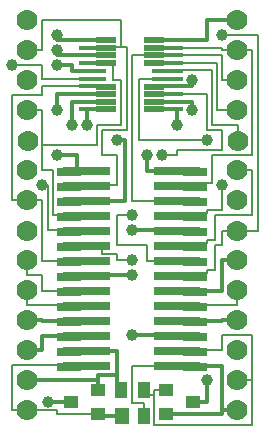
<source format=gbr>
G04 GERBER ASCII OUTPUT FROM: EDWIN 2000 (VER. 1.1 REV. 20011025)*
G04 GERBER FORMAT: RX-274-X*
G04 BOARD: 28_PIN_DIL_ADAPTER*
G04 ARTWORK OF COMP.LAYER POSITIVE*
%ASAXBY*%
%FSLAX23Y23*%
%MIA0B0*%
%MOIN*%
%OFA0.0000B0.0000*%
%SFA1B1*%
%IJA0B0*%
%INLAYER2POS*%
%IOA0B0*%
%IPPOS*%
%IR0*%
G04 APERTURE MACROS*
%AMEDWDONUT*
1,1,$1,$2,$3*
1,0,$4,$2,$3*
%
%AMEDWFRECT*
2,1,$1,$2,$3,$4,$5,$6*
%
%AMEDWORECT*
2,1,$1,$2,$3,$4,$5,$10*
2,1,$1,$4,$5,$6,$7,$10*
2,1,$1,$6,$7,$8,$9,$10*
2,1,$1,$8,$9,$2,$3,$10*
1,1,$1,$2,$3*
1,1,$1,$4,$5*
1,1,$1,$6,$7*
1,1,$1,$8,$9*
%
%AMEDWLINER*
2,1,$1,$2,$3,$4,$5,$6*
1,1,$1,$2,$3*
1,1,$1,$4,$5*
%
%AMEDWFTRNG*
4,1,3,$1,$2,$3,$4,$5,$6,$7,$8,$9*
%
%AMEDWATRNG*
4,1,3,$1,$2,$3,$4,$5,$6,$7,$8,$9*
2,1,$11,$1,$2,$3,$4,$10*
2,1,$11,$3,$4,$5,$6,$10*
2,1,$11,$5,$6,$7,$8,$10*
1,1,$11,$3,$4*
1,1,$11,$5,$6*
1,1,$11,$7,$8*
%
%AMEDWOTRNG*
2,1,$1,$2,$3,$4,$5,$8*
2,1,$1,$4,$5,$6,$7,$8*
2,1,$1,$6,$7,$2,$3,$8*
1,1,$1,$2,$3*
1,1,$1,$4,$5*
1,1,$1,$6,$7*
%
G04*
G04 APERTURE LIST*
%ADD10R,0.0580X0.0500*%
%ADD11R,0.0820X0.0740*%
%ADD12R,0.0480X0.0400*%
%ADD13R,0.0720X0.0640*%
%ADD14R,0.0570X0.0670*%
%ADD15R,0.0810X0.0910*%
%ADD16R,0.0470X0.0570*%
%ADD17R,0.0710X0.0810*%
%ADD18R,0.0490X0.0670*%
%ADD19R,0.0730X0.0910*%
%ADD20R,0.0390X0.0570*%
%ADD21R,0.0630X0.0810*%
%ADD22R,0.0750X0.0250*%
%ADD23R,0.0990X0.0490*%
%ADD24R,0.0700X0.0200*%
%ADD25R,0.0940X0.0440*%
%ADD26R,0.0900X0.0350*%
%ADD27R,0.1140X0.0590*%
%ADD28R,0.0800X0.0250*%
%ADD29R,0.1040X0.0490*%
%ADD30R,0.0850X0.0250*%
%ADD31R,0.1090X0.0490*%
%ADD32R,0.0750X0.0150*%
%ADD33R,0.0990X0.0390*%
%ADD34C,0.0010*%
%ADD36C,0.0020*%
%ADD37R,0.0020X0.0020*%
%ADD38C,0.0030*%
%ADD39R,0.0030X0.0030*%
%ADD40C,0.0040*%
%ADD41R,0.0040X0.0040*%
%ADD42C,0.0050*%
%ADD43R,0.0050X0.0050*%
%ADD44C,0.00787*%
%ADD45R,0.00787X0.00787*%
%ADD46C,0.0080*%
%ADD48C,0.0090*%
%ADD49R,0.0090X0.0090*%
%ADD50C,0.00984*%
%ADD51R,0.00984X0.00984*%
%ADD52C,0.0120*%
%ADD54C,0.01299*%
%ADD56C,0.0130*%
%ADD58C,0.01969*%
%ADD59R,0.01969X0.01969*%
%ADD60C,0.0250*%
%ADD61R,0.0250X0.0250*%
%ADD62C,0.0290*%
%ADD64C,0.0320*%
%ADD66C,0.0350*%
%ADD67R,0.0350X0.0350*%
%ADD68C,0.0360*%
%ADD70C,0.03699*%
%ADD72C,0.0370*%
%ADD73R,0.0370X0.0370*%
%ADD74C,0.03937*%
%ADD75R,0.03937X0.03937*%
%ADD76C,0.0490*%
%ADD77R,0.0490X0.0490*%
%ADD78C,0.0500*%
%ADD79R,0.0500X0.0500*%
%ADD80C,0.0560*%
%ADD81R,0.0560X0.0560*%
%ADD82C,0.0590*%
%ADD83R,0.0590X0.0590*%
%ADD84C,0.05906*%
%ADD85R,0.05906X0.05906*%
%ADD86C,0.0600*%
%ADD87R,0.0600X0.0600*%
%ADD88C,0.0620*%
%ADD89R,0.0620X0.0620*%
%ADD90C,0.06693*%
%ADD91R,0.06693X0.06693*%
%ADD92C,0.06906*%
%ADD93R,0.06906X0.06906*%
%ADD94C,0.0700*%
%ADD95R,0.0700X0.0700*%
%ADD96C,0.0740*%
%ADD97R,0.0740X0.0740*%
%ADD98C,0.0800*%
%ADD99R,0.0800X0.0800*%
%ADD100C,0.0840*%
%ADD101R,0.0840X0.0840*%
%ADD102C,0.0860*%
%ADD104C,0.0900*%
%ADD105R,0.0900X0.0900*%
%ADD106C,0.0940*%
%ADD107R,0.0940X0.0940*%
%ADD108C,0.1040*%
%ADD109R,0.1040X0.1040*%
%ADD110C,0.1100*%
%ADD113R,0.1140X0.1140*%
%ADD114C,0.2140*%
%ADD115R,0.2140X0.2140*%
%ADD116C,0.3140*%
%ADD117R,0.3140X0.3140*%
%ADD118C,0.4140*%
%ADD119R,0.4140X0.4140*%
%ADD120C,0.5140*%
%ADD121R,0.5140X0.5140*%
%ADD122C,0.6140*%
%ADD123R,0.6140X0.6140*%
%ADD124C,0.7140*%
%ADD125R,0.7140X0.7140*%
%ADD126C,0.8140*%
%ADD127R,0.8140X0.8140*%
%ADD128C,0.9140*%
%ADD129R,0.9140X0.9140*%
%ADD130C,1.0140*%
%ADD131R,1.0140X1.0140*%
%ADD132C,1.1140*%
%ADD133R,1.1140X1.1140*%
%ADD134C,1.2140*%
%ADD135R,1.2140X1.2140*%
%ADD136C,1.3140*%
%ADD137R,1.3140X1.3140*%
%ADD138C,1.4140*%
%ADD139R,1.4140X1.4140*%
%ADD140C,1.5140*%
%ADD141R,1.5140X1.5140*%
%ADD142C,1.6140*%
%ADD143R,1.6140X1.6140*%
%ADD144C,1.7140*%
%ADD145R,1.7140X1.7140*%
%ADD146C,1.8140*%
%ADD147R,1.8140X1.8140*%
%ADD148C,1.9140*%
%ADD149R,1.9140X1.9140*%
G04*
D12* 
X548Y138D02*D03*
X548Y58D02*D03*
X636Y98D02*D03*
X319Y59D02*D03*
X319Y139D02*D03*
X231Y99D02*D03*
D16* 
X401Y53D02*D03*
D20* 
X472Y53D02*D03*
X472Y140D02*D03*
X397Y140D02*D03*
D24* 
X348Y1149D02*D03*
X348Y1124D02*D03*
X348Y1099D02*D03*
X348Y1074D02*D03*
X508Y1074D02*D03*
X508Y1099D02*D03*
X508Y1124D02*D03*
X508Y1149D02*D03*
D28* 
X244Y868D02*D03*
X244Y818D02*D03*
X244Y768D02*D03*
X244Y718D02*D03*
X244Y668D02*D03*
X244Y618D02*D03*
X244Y568D02*D03*
X244Y518D02*D03*
X244Y468D02*D03*
X244Y418D02*D03*
X244Y368D02*D03*
X244Y318D02*D03*
X244Y268D02*D03*
X244Y218D02*D03*
X619Y218D02*D03*
X619Y268D02*D03*
X619Y318D02*D03*
X619Y368D02*D03*
X619Y418D02*D03*
X619Y468D02*D03*
X619Y518D02*D03*
X619Y568D02*D03*
X619Y618D02*D03*
X619Y668D02*D03*
X619Y718D02*D03*
X619Y768D02*D03*
X619Y818D02*D03*
X619Y868D02*D03*
X321Y868D02*D03*
X321Y818D02*D03*
X321Y768D02*D03*
X321Y718D02*D03*
X321Y668D02*D03*
X321Y618D02*D03*
X321Y568D02*D03*
X546Y568D02*D03*
X546Y618D02*D03*
X546Y668D02*D03*
X546Y718D02*D03*
X546Y768D02*D03*
X546Y818D02*D03*
X546Y868D02*D03*
X321Y518D02*D03*
X321Y468D02*D03*
X321Y418D02*D03*
X321Y368D02*D03*
X321Y318D02*D03*
X321Y268D02*D03*
X321Y218D02*D03*
X546Y218D02*D03*
X546Y268D02*D03*
X546Y318D02*D03*
X546Y368D02*D03*
X546Y418D02*D03*
X546Y468D02*D03*
X546Y518D02*D03*
D94* 
X84Y1371D02*D03*
X84Y1271D02*D03*
X84Y1171D02*D03*
X84Y1071D02*D03*
X86Y969D02*D03*
X84Y871D02*D03*
X84Y772D02*D03*
X84Y668D02*D03*
X84Y571D02*D03*
X84Y471D02*D03*
X84Y371D02*D03*
X84Y271D02*D03*
X84Y171D02*D03*
X84Y71D02*D03*
X784Y1371D02*D03*
X784Y1271D02*D03*
X784Y1171D02*D03*
X784Y1071D02*D03*
X786Y969D02*D03*
X784Y871D02*D03*
X784Y772D02*D03*
X784Y668D02*D03*
X784Y571D02*D03*
X784Y471D02*D03*
X784Y371D02*D03*
X784Y271D02*D03*
X784Y171D02*D03*
X784Y71D02*D03*
D32* 
X310Y1305D02*D03*
X310Y1279D02*D03*
X310Y1254D02*D03*
X310Y1228D02*D03*
X310Y1202D02*D03*
X310Y1177D02*D03*
X310Y1151D02*D03*
X310Y1126D02*D03*
X535Y1126D02*D03*
X535Y1151D02*D03*
X535Y1177D02*D03*
X535Y1202D02*D03*
X535Y1228D02*D03*
X535Y1254D02*D03*
X535Y1279D02*D03*
X535Y1305D02*D03*
D24* 
X348Y1304D02*D03*
X348Y1279D02*D03*
X348Y1254D02*D03*
X348Y1229D02*D03*
X508Y1229D02*D03*
X508Y1254D02*D03*
X508Y1279D02*D03*
X508Y1304D02*D03*
D32* 
X292Y1305D02*D03*
X292Y1279D02*D03*
X292Y1254D02*D03*
X292Y1228D02*D03*
X292Y1202D02*D03*
X292Y1177D02*D03*
X292Y1151D02*D03*
X292Y1126D02*D03*
X292Y1100D02*D03*
X292Y1074D02*D03*
X567Y1074D02*D03*
X567Y1100D02*D03*
X567Y1126D02*D03*
X567Y1151D02*D03*
X567Y1177D02*D03*
X567Y1202D02*D03*
X567Y1228D02*D03*
X567Y1254D02*D03*
X567Y1279D02*D03*
X567Y1305D02*D03*
D28* 
X223Y867D02*D03*
X223Y817D02*D03*
X223Y767D02*D03*
X223Y717D02*D03*
X223Y667D02*D03*
X223Y617D02*D03*
X223Y567D02*D03*
X223Y517D02*D03*
X223Y467D02*D03*
X223Y417D02*D03*
X223Y367D02*D03*
X223Y317D02*D03*
X223Y267D02*D03*
X223Y217D02*D03*
X643Y217D02*D03*
X643Y267D02*D03*
X643Y317D02*D03*
X643Y367D02*D03*
X643Y417D02*D03*
X643Y467D02*D03*
X643Y517D02*D03*
X643Y567D02*D03*
X643Y617D02*D03*
X643Y667D02*D03*
X643Y717D02*D03*
X643Y767D02*D03*
X643Y817D02*D03*
X643Y867D02*D03*
D74* 
X184Y1321D02*D03*
X184Y921D02*D03*
X184Y1271D02*D03*
X384Y971D02*D03*
X184Y1221D02*D03*
X134Y821D02*D03*
X434Y571D02*D03*
X34Y1221D02*D03*
X184Y1071D02*D03*
X434Y521D02*D03*
X234Y1021D02*D03*
X284Y1021D02*D03*
X684Y171D02*D03*
X434Y321D02*D03*
X584Y1021D02*D03*
X634Y1071D02*D03*
X534Y921D02*D03*
X734Y1321D02*D03*
X434Y721D02*D03*
X634Y1171D02*D03*
X684Y971D02*D03*
X434Y671D02*D03*
X734Y821D02*D03*
X484Y921D02*D03*
X154Y99D02*D03*
D54* 
X249Y868D02*
X249Y921D01*
X184Y921D01*
X292Y1305D02*
X184Y1305D01*
D46* 
X184Y1321D01*
X397Y1282D02*
X397Y1371D01*
X134Y1371D01*
X134Y1271D01*
X84Y1271D01*
X321Y818D02*
X321Y821D01*
X384Y821D01*
X384Y921D01*
X334Y921D01*
X334Y1004D01*
X415Y1004D01*
X415Y1282D01*
X397Y1282D01*
X348Y1279D02*
X348Y1282D01*
X397Y1282D01*
D54* 
X321Y768D02*
X409Y768D01*
X409Y971D01*
X384Y971D01*
X292Y1254D02*
X184Y1254D01*
D46* 
X184Y1271D01*
X134Y954D02*
X134Y1071D01*
X84Y1071D01*
X348Y1229D02*
X369Y1229D01*
X369Y1171D01*
X397Y1171D01*
X397Y1021D01*
X317Y1021D01*
X317Y954D01*
X134Y954D01*
X228Y718D02*
X228Y721D01*
X169Y721D01*
X169Y871D01*
X134Y871D01*
X134Y954D01*
D54* 
X292Y1202D02*
X234Y1202D01*
X234Y1221D01*
X184Y1221D01*
D46* 
X228Y668D02*
X228Y671D01*
X152Y671D01*
X152Y821D01*
X134Y821D01*
X321Y618D02*
X334Y618D01*
X334Y593D01*
X384Y593D01*
X384Y571D01*
X434Y571D01*
X292Y1177D02*
X134Y1177D01*
X134Y1221D01*
X34Y1221D01*
X84Y772D02*
X34Y772D01*
X34Y1121D01*
X134Y1121D01*
X134Y1151D01*
X292Y1151D01*
X84Y772D02*
X134Y772D01*
X134Y568D01*
X228Y568D01*
X321Y518D02*
X321Y521D01*
D54* 
X434Y521D01*
X292Y1126D02*
X184Y1126D01*
X184Y1071D01*
X292Y1100D02*
X234Y1100D01*
X234Y1021D01*
D46* 
X84Y571D02*
X84Y521D01*
X134Y521D01*
X134Y468D01*
X228Y468D01*
X292Y1074D02*
X284Y1074D01*
D54* 
X284Y1021D01*
D46* 
X84Y471D02*
X84Y421D01*
X228Y421D01*
X228Y418D01*
D54* 
X228Y368D02*
X134Y368D01*
D46* 
X134Y371D01*
D54* 
X84Y371D01*
X228Y318D02*
X134Y318D01*
X134Y271D01*
X84Y271D01*
X384Y190D02*
X319Y190D01*
X319Y171D01*
X319Y139D01*
X319Y171D02*
X84Y171D01*
X321Y268D02*
X384Y268D01*
X384Y190D01*
X384Y139D01*
D46* 
X397Y139D01*
X84Y71D02*
X184Y71D01*
X184Y59D01*
X319Y59D01*
X319Y52D01*
D54* 
X401Y52D01*
D46* 
X84Y71D02*
X34Y71D01*
X34Y221D01*
X228Y221D01*
X228Y218D01*
D54* 
X734Y71D02*
X784Y71D01*
D46* 
X546Y218D02*
X434Y218D01*
X434Y96D01*
X472Y96D01*
X472Y52D01*
D54* 
X648Y218D02*
X734Y218D01*
X734Y71D01*
X734Y58D01*
X548Y58D01*
D46* 
X508Y121D02*
X508Y21D01*
X834Y21D01*
X834Y171D01*
X508Y121D02*
X472Y121D01*
X472Y139D01*
X834Y171D02*
X784Y171D01*
X648Y268D02*
X648Y271D01*
X734Y271D01*
X734Y321D01*
X834Y321D01*
X834Y171D01*
X508Y121D02*
X508Y138D01*
X548Y138D01*
D54* 
X684Y171D02*
X684Y98D01*
X636Y98D01*
D46* 
X546Y318D02*
X546Y321D01*
D54* 
X434Y321D01*
X648Y368D02*
X734Y368D01*
D46* 
X734Y371D01*
D54* 
X784Y371D01*
D46* 
X567Y1074D02*
X584Y1074D01*
D54* 
X584Y1021D01*
D46* 
X784Y471D02*
X784Y421D01*
X648Y421D01*
X648Y418D01*
D54* 
X567Y1100D02*
X634Y1100D01*
X634Y1071D01*
X784Y571D02*
X734Y571D01*
X734Y468D01*
X648Y468D01*
D46* 
X567Y1126D02*
X684Y1126D01*
X684Y1004D01*
X734Y1004D01*
X734Y939D01*
X584Y939D01*
X584Y921D01*
X534Y921D01*
X784Y668D02*
X853Y668D01*
X853Y1321D01*
X734Y1321D01*
X784Y668D02*
X734Y668D01*
X734Y621D01*
X709Y621D01*
X709Y538D01*
X684Y538D01*
X684Y530D01*
X648Y530D01*
X648Y518D01*
X546Y568D02*
X484Y568D01*
X484Y621D01*
X384Y621D01*
X384Y721D01*
X434Y721D01*
D54* 
X567Y1151D02*
X634Y1151D01*
X634Y1171D01*
D46* 
X535Y1177D02*
X457Y1177D01*
X457Y971D01*
X684Y971D01*
X784Y871D02*
X834Y871D01*
X834Y721D01*
X709Y721D01*
X709Y640D01*
X684Y640D01*
X684Y630D01*
X648Y630D01*
X648Y618D01*
X546Y668D02*
X546Y671D01*
D54* 
X434Y671D01*
D46* 
X786Y969D02*
X786Y1021D01*
X701Y1021D01*
X701Y1204D01*
X567Y1204D01*
X567Y1202D01*
X784Y1071D02*
X718Y1071D01*
X718Y1228D01*
X567Y1228D01*
X648Y718D02*
X648Y730D01*
X684Y730D01*
X684Y740D01*
X734Y740D01*
X734Y821D01*
X508Y1254D02*
X434Y1254D01*
X434Y768D01*
X546Y768D01*
X567Y1254D02*
X734Y1254D01*
X734Y1171D01*
X784Y1171D01*
X784Y1271D02*
X734Y1271D01*
X734Y1279D01*
X567Y1279D01*
X784Y1271D02*
X834Y1271D01*
X834Y921D01*
X699Y921D01*
X699Y830D01*
X648Y830D01*
X648Y818D01*
D54* 
X546Y868D02*
X484Y868D01*
X484Y921D01*
X784Y1371D02*
X684Y1371D01*
X684Y1305D01*
X567Y1305D01*
X154Y99D02*
X231Y99D01*
M02*

</source>
